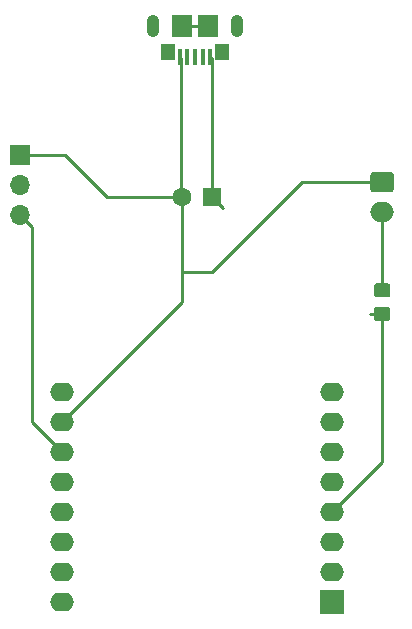
<source format=gtl>
%TF.GenerationSoftware,KiCad,Pcbnew,(5.1.10)-1*%
%TF.CreationDate,2021-08-25T17:12:23+08:00*%
%TF.ProjectId,wemos_board,77656d6f-735f-4626-9f61-72642e6b6963,rev?*%
%TF.SameCoordinates,Original*%
%TF.FileFunction,Copper,L1,Top*%
%TF.FilePolarity,Positive*%
%FSLAX46Y46*%
G04 Gerber Fmt 4.6, Leading zero omitted, Abs format (unit mm)*
G04 Created by KiCad (PCBNEW (5.1.10)-1) date 2021-08-25 17:12:23*
%MOMM*%
%LPD*%
G01*
G04 APERTURE LIST*
%TA.AperFunction,ComponentPad*%
%ADD10O,2.000000X1.600000*%
%TD*%
%TA.AperFunction,ComponentPad*%
%ADD11R,2.000000X2.000000*%
%TD*%
%TA.AperFunction,SMDPad,CuDef*%
%ADD12R,1.750000X1.900000*%
%TD*%
%TA.AperFunction,SMDPad,CuDef*%
%ADD13R,0.400000X1.400000*%
%TD*%
%TA.AperFunction,ComponentPad*%
%ADD14O,1.050000X1.900000*%
%TD*%
%TA.AperFunction,SMDPad,CuDef*%
%ADD15R,1.150000X1.450000*%
%TD*%
%TA.AperFunction,ComponentPad*%
%ADD16O,2.000000X1.700000*%
%TD*%
%TA.AperFunction,ComponentPad*%
%ADD17R,1.600000X1.600000*%
%TD*%
%TA.AperFunction,ComponentPad*%
%ADD18C,1.600000*%
%TD*%
%TA.AperFunction,ComponentPad*%
%ADD19O,1.700000X1.700000*%
%TD*%
%TA.AperFunction,ComponentPad*%
%ADD20R,1.700000X1.700000*%
%TD*%
%TA.AperFunction,Conductor*%
%ADD21C,0.250000*%
%TD*%
G04 APERTURE END LIST*
D10*
%TO.P,U1,2*%
%TO.N,Net-(U1-Pad2)*%
X140970000Y-107950000D03*
D11*
%TO.P,U1,1*%
%TO.N,Net-(U1-Pad1)*%
X140970000Y-110490000D03*
D10*
%TO.P,U1,3*%
%TO.N,Net-(U1-Pad3)*%
X140970000Y-105410000D03*
%TO.P,U1,4*%
%TO.N,Net-(R1-Pad2)*%
X140970000Y-102870000D03*
%TO.P,U1,5*%
%TO.N,Net-(U1-Pad5)*%
X140970000Y-100330000D03*
%TO.P,U1,6*%
%TO.N,Net-(U1-Pad6)*%
X140970000Y-97790000D03*
%TO.P,U1,7*%
%TO.N,Net-(U1-Pad7)*%
X140970000Y-95250000D03*
%TO.P,U1,8*%
%TO.N,Net-(U1-Pad8)*%
X140970000Y-92710000D03*
%TO.P,U1,9*%
%TO.N,Net-(C1-Pad1)*%
X118110000Y-92710000D03*
%TO.P,U1,10*%
%TO.N,Net-(C1-Pad2)*%
X118110000Y-95250000D03*
%TO.P,U1,11*%
%TO.N,Net-(J2-Pad3)*%
X118110000Y-97790000D03*
%TO.P,U1,12*%
%TO.N,Net-(U1-Pad12)*%
X118110000Y-100330000D03*
%TO.P,U1,13*%
%TO.N,Net-(U1-Pad13)*%
X118110000Y-102870000D03*
%TO.P,U1,14*%
%TO.N,Net-(U1-Pad14)*%
X118110000Y-105410000D03*
%TO.P,U1,15*%
%TO.N,Net-(U1-Pad15)*%
X118110000Y-107950000D03*
%TO.P,U1,16*%
%TO.N,Net-(U1-Pad16)*%
X118110000Y-110490000D03*
%TD*%
%TO.P,R1,1*%
%TO.N,Net-(D1-Pad2)*%
%TA.AperFunction,SMDPad,CuDef*%
G36*
G01*
X144789999Y-83490000D02*
X145690001Y-83490000D01*
G75*
G02*
X145940000Y-83739999I0J-249999D01*
G01*
X145940000Y-84440001D01*
G75*
G02*
X145690001Y-84690000I-249999J0D01*
G01*
X144789999Y-84690000D01*
G75*
G02*
X144540000Y-84440001I0J249999D01*
G01*
X144540000Y-83739999D01*
G75*
G02*
X144789999Y-83490000I249999J0D01*
G01*
G37*
%TD.AperFunction*%
%TO.P,R1,2*%
%TO.N,Net-(R1-Pad2)*%
%TA.AperFunction,SMDPad,CuDef*%
G36*
G01*
X144789999Y-85490000D02*
X145690001Y-85490000D01*
G75*
G02*
X145940000Y-85739999I0J-249999D01*
G01*
X145940000Y-86440001D01*
G75*
G02*
X145690001Y-86690000I-249999J0D01*
G01*
X144789999Y-86690000D01*
G75*
G02*
X144540000Y-86440001I0J249999D01*
G01*
X144540000Y-85739999D01*
G75*
G02*
X144789999Y-85490000I249999J0D01*
G01*
G37*
%TD.AperFunction*%
%TD*%
D12*
%TO.P,J1,6*%
%TO.N,Net-(C1-Pad2)*%
X128279698Y-61700000D03*
D13*
%TO.P,J1,2*%
%TO.N,Net-(J1-Pad2)*%
X130054698Y-64350000D03*
%TO.P,J1,1*%
%TO.N,Net-(C1-Pad1)*%
X130704698Y-64350000D03*
%TO.P,J1,5*%
%TO.N,Net-(C1-Pad2)*%
X128104698Y-64350000D03*
%TO.P,J1,4*%
%TO.N,Net-(J1-Pad4)*%
X128754698Y-64350000D03*
%TO.P,J1,3*%
%TO.N,Net-(J1-Pad3)*%
X129404698Y-64350000D03*
D12*
%TO.P,J1,6*%
%TO.N,Net-(C1-Pad2)*%
X130529698Y-61700000D03*
D14*
X132979698Y-61700000D03*
X125829698Y-61700000D03*
D15*
X127084698Y-63930000D03*
X131724698Y-63930000D03*
%TD*%
%TO.P,D1,1*%
%TO.N,Net-(C1-Pad2)*%
%TA.AperFunction,ComponentPad*%
G36*
G01*
X144490000Y-74080000D02*
X145990000Y-74080000D01*
G75*
G02*
X146240000Y-74330000I0J-250000D01*
G01*
X146240000Y-75530000D01*
G75*
G02*
X145990000Y-75780000I-250000J0D01*
G01*
X144490000Y-75780000D01*
G75*
G02*
X144240000Y-75530000I0J250000D01*
G01*
X144240000Y-74330000D01*
G75*
G02*
X144490000Y-74080000I250000J0D01*
G01*
G37*
%TD.AperFunction*%
D16*
%TO.P,D1,2*%
%TO.N,Net-(D1-Pad2)*%
X145240000Y-77430000D03*
%TD*%
D17*
%TO.P,C1,1*%
%TO.N,Net-(C1-Pad1)*%
X130810000Y-76200000D03*
D18*
%TO.P,C1,2*%
%TO.N,Net-(C1-Pad2)*%
X128310000Y-76200000D03*
%TD*%
D19*
%TO.P,J2,3*%
%TO.N,Net-(J2-Pad3)*%
X114570000Y-77740000D03*
%TO.P,J2,2*%
%TO.N,Net-(C1-Pad1)*%
X114570000Y-75200000D03*
D20*
%TO.P,J2,1*%
%TO.N,Net-(C1-Pad2)*%
X114570000Y-72660000D03*
%TD*%
D21*
%TO.N,Net-(C1-Pad2)*%
X128104698Y-76405302D02*
X128310000Y-76200000D01*
X128279698Y-61700000D02*
X130529698Y-61700000D01*
X128104698Y-75994698D02*
X128310000Y-76200000D01*
X128270000Y-76240000D02*
X128310000Y-76200000D01*
X128270000Y-82550000D02*
X128270000Y-76240000D01*
X128310000Y-76200000D02*
X121920000Y-76200000D01*
X128270000Y-85090000D02*
X118110000Y-95250000D01*
X128270000Y-82550000D02*
X128270000Y-85090000D01*
X138430000Y-74930000D02*
X130810000Y-82550000D01*
X130810000Y-82550000D02*
X128270000Y-82550000D01*
X128229697Y-64474999D02*
X128104698Y-64350000D01*
X128229697Y-76119697D02*
X128229697Y-64474999D01*
X128310000Y-76200000D02*
X128229697Y-76119697D01*
X145240000Y-74930000D02*
X138430000Y-74930000D01*
X118380000Y-72660000D02*
X121920000Y-76200000D01*
X114570000Y-72660000D02*
X118380000Y-72660000D01*
%TO.N,Net-(C1-Pad1)*%
X130704698Y-64795002D02*
X130704698Y-64350000D01*
X130810000Y-76200000D02*
X131729699Y-77119699D01*
X130704698Y-76094698D02*
X130810000Y-76200000D01*
X130810000Y-64455302D02*
X130704698Y-64350000D01*
X130810000Y-76200000D02*
X130810000Y-64455302D01*
%TO.N,Net-(D1-Pad2)*%
X145240000Y-84090000D02*
X145240000Y-77430000D01*
%TO.N,Net-(J2-Pad3)*%
X115570000Y-95250000D02*
X118110000Y-97790000D01*
X115570000Y-78740000D02*
X115570000Y-95250000D01*
X115570000Y-78740000D02*
X114570000Y-77740000D01*
%TO.N,Net-(R1-Pad2)*%
X145240000Y-86090000D02*
X144240000Y-86090000D01*
X145240000Y-98600000D02*
X145240000Y-86090000D01*
X140970000Y-102870000D02*
X145240000Y-98600000D01*
%TD*%
M02*

</source>
